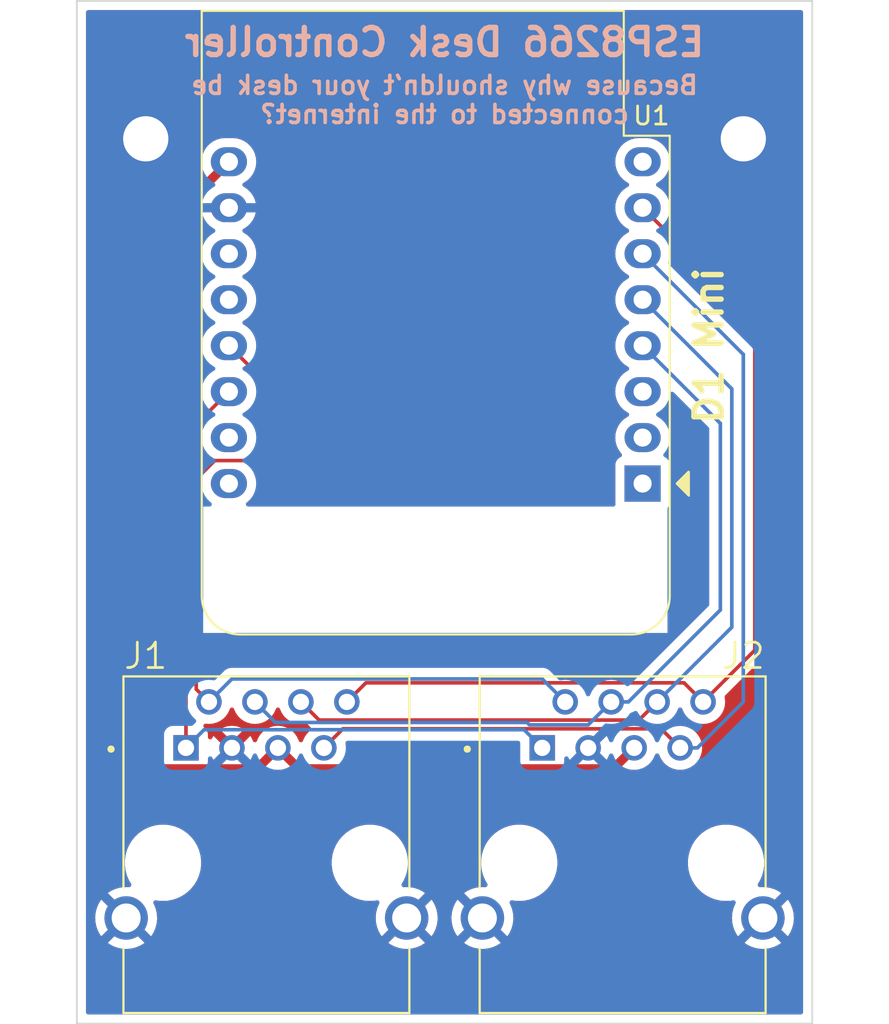
<source format=kicad_pcb>
(kicad_pcb (version 20211014) (generator pcbnew)
  (layers (0 "F.Cu" signal) (31 "B.Cu" signal) (34 "B.Paste" user) (35 "F.Paste" user) (36 "B.SilkS" user "B.Silkscreen") (37 "F.SilkS" user "F.Silkscreen") (38 "B.Mask" user) (39 "F.Mask" user) (44 "Edge.Cuts" user))
  (net 0 "")
  (net 1 "GND")
  (net 2 "+5V")
  (net 6 "/DESK_2")
  (net 7 "/DESK_7")
  (net 8 "/DESK_8")
  (net 14 "/DESK_6")
  (net 15 "/DESK_4")
  (net 16 "/DESK_1")
  (footprint "footprints:ASSMANN_A-2004-2-4-LPS-N-R" (layer "F.Cu") (at 101.9175 114.935)
    (fp_text reference "J1" (at -6.6675 -11.43) (layer "F.SilkS") (effects (font (size 1.4 1.4))))
    (fp_text value "RJ45")
    (fp_line (start 7.9 4.72) (end 7.9 8.3) (layer "F.SilkS") (width 0.127))
    (fp_line (start -7.9 1.38) (end -7.9 -10.3) (layer "F.SilkS") (width 0.127))
    (fp_line (start -7.9 -10.3) (end 7.9 -10.3) (layer "F.SilkS") (width 0.127))
    (fp_line (start -7.9 8.3) (end -7.9 4.72) (layer "F.SilkS") (width 0.127))
    (fp_line (start 7.9 8.3) (end -7.9 8.3) (layer "F.SilkS") (width 0.127))
    (fp_line (start 7.9 -10.3) (end 7.9 1.38) (layer "F.SilkS") (width 0.127))
    (fp_circle (center -8.586 -6.281) (end -8.486 -6.281) (layer "F.SilkS") (width 0.2) (fill none))
    (pad "" np_thru_hole circle (at -5.715 0) (size 3.2 3.2) (drill 3.2) (layers *.Cu *.Mask))
    (pad "" np_thru_hole circle (at 5.715 0) (size 3.2 3.2) (drill 3.2) (layers *.Cu *.Mask))
    (pad "1" thru_hole rect (at -4.445 -6.35) (size 1.408 1.408) (drill 0.9) (layers *.Cu *.Mask) (net 16 "/DESK_1"))
    (pad "2" thru_hole circle (at -3.175 -8.89) (size 1.408 1.408) (drill 0.9) (layers *.Cu *.Mask) (net 6 "/DESK_2"))
    (pad "3" thru_hole circle (at -1.905 -6.35) (size 1.408 1.408) (drill 0.9) (layers *.Cu *.Mask) (net 1 "GND"))
    (pad "4" thru_hole circle (at -0.635 -8.89) (size 1.408 1.408) (drill 0.9) (layers *.Cu *.Mask) (net 15 "/DESK_4"))
    (pad "5" thru_hole circle (at 0.635 -6.35) (size 1.408 1.408) (drill 0.9) (layers *.Cu *.Mask) (net 2 "+5V"))
    (pad "6" thru_hole circle (at 1.905 -8.89) (size 1.408 1.408) (drill 0.9) (layers *.Cu *.Mask) (net 14 "/DESK_6"))
    (pad "7" thru_hole circle (at 3.175 -6.35) (size 1.408 1.408) (drill 0.9) (layers *.Cu *.Mask) (net 7 "/DESK_7"))
    (pad "8" thru_hole circle (at 4.445 -8.89) (size 1.408 1.408) (drill 0.9) (layers *.Cu *.Mask) (net 8 "/DESK_8"))
    (pad "S1" thru_hole circle (at -7.75 3.05) (size 2.4 2.4) (drill 1.6) (layers *.Cu *.Mask) (net 1 "GND"))
    (pad "S2" thru_hole circle (at 7.75 3.05) (size 2.4 2.4) (drill 1.6) (layers *.Cu *.Mask) (net 1 "GND"))
  )
  (footprint "Module:WEMOS_D1_mini_light" (layer "F.Cu") (at 122.705 93.98 180)
    (fp_text reference "U1" (at -0.485 20.32) (layer "F.SilkS"))
    (fp_text value "WeMos_D1_mini")
    (fp_line (start 22.24 -8.34) (end 0.63 -8.34) (layer "F.SilkS") (width 0.12))
    (fp_line (start -1.5 19.22) (end 1.04 19.22) (layer "F.SilkS") (width 0.12))
    (fp_line (start 1.04 19.22) (end 1.04 26.12) (layer "F.SilkS") (width 0.12))
    (fp_line (start 24.36 26.12) (end 24.36 -6.21) (layer "F.SilkS") (width 0.12))
    (fp_line (start 1.04 26.12) (end 24.36 26.12) (layer "F.SilkS") (width 0.12))
    (fp_line (start -1.5 19.22) (end -1.5 -6.21) (layer "F.SilkS") (width 0.12))
    (fp_arc (start 22.23 -8.34) (mid 23.736137 -7.716137) (end 24.36 -6.21) (layer "F.SilkS") (width 0.12))
    (fp_arc (start -1.5 -6.21) (mid -0.876137 -7.716137) (end 0.63 -8.34) (layer "F.SilkS") (width 0.12))
    (fp_poly (pts (xy -2.54 -0.635) (xy -2.54 0.635) (xy -1.905 0)) (layer "F.SilkS") (width 0.15) (fill solid))
    (pad "1" thru_hole rect (at 0 0 180) (size 2 2) (drill 1) (layers *.Cu *.Mask))
    (pad "2" thru_hole oval (at 0 2.54 180) (size 2 1.6) (drill 1) (layers *.Cu *.Mask))
    (pad "3" thru_hole oval (at 0 5.08 180) (size 2 1.6) (drill 1) (layers *.Cu *.Mask))
    (pad "4" thru_hole oval (at 0 7.62 180) (size 2 1.6) (drill 1) (layers *.Cu *.Mask) (net 15 "/DESK_4"))
    (pad "5" thru_hole oval (at 0 10.16 180) (size 2 1.6) (drill 1) (layers *.Cu *.Mask) (net 14 "/DESK_6"))
    (pad "6" thru_hole oval (at 0 12.7 180) (size 2 1.6) (drill 1) (layers *.Cu *.Mask) (net 7 "/DESK_7"))
    (pad "7" thru_hole oval (at 0 15.24 180) (size 2 1.6) (drill 1) (layers *.Cu *.Mask) (net 8 "/DESK_8"))
    (pad "8" thru_hole oval (at 0 17.78 180) (size 2 1.6) (drill 1) (layers *.Cu *.Mask))
    (pad "9" thru_hole oval (at 22.86 17.78 180) (size 2 1.6) (drill 1) (layers *.Cu *.Mask) (net 2 "+5V"))
    (pad "10" thru_hole oval (at 22.86 15.24 180) (size 2 1.6) (drill 1) (layers *.Cu *.Mask) (net 1 "GND"))
    (pad "11" thru_hole oval (at 22.86 12.7 180) (size 2 1.6) (drill 1) (layers *.Cu *.Mask))
    (pad "12" thru_hole oval (at 22.86 10.16 180) (size 2 1.6) (drill 1) (layers *.Cu *.Mask))
    (pad "13" thru_hole oval (at 22.86 7.62 180) (size 2 1.6) (drill 1) (layers *.Cu *.Mask) (net 6 "/DESK_2"))
    (pad "14" thru_hole oval (at 22.86 5.08 180) (size 2 1.6) (drill 1) (layers *.Cu *.Mask) (net 16 "/DESK_1"))
    (pad "15" thru_hole oval (at 22.86 2.54 180) (size 2 1.6) (drill 1) (layers *.Cu *.Mask))
    (pad "16" thru_hole oval (at 22.86 0 180) (size 2 1.6) (drill 1) (layers *.Cu *.Mask))
  )
  (footprint "footprints:ASSMANN_A-2004-2-4-LPS-N-R" (layer "F.Cu") (at 121.6025 114.935)
    (fp_text reference "J2" (at 6.6675 -11.43) (layer "F.SilkS") (effects (font (size 1.4 1.4))))
    (fp_text value "RJ45")
    (fp_line (start -7.9 1.38) (end -7.9 -10.3) (layer "F.SilkS") (width 0.127))
    (fp_line (start 7.9 4.72) (end 7.9 8.3) (layer "F.SilkS") (width 0.127))
    (fp_line (start 7.9 8.3) (end -7.9 8.3) (layer "F.SilkS") (width 0.127))
    (fp_line (start 7.9 -10.3) (end 7.9 1.38) (layer "F.SilkS") (width 0.127))
    (fp_line (start -7.9 -10.3) (end 7.9 -10.3) (layer "F.SilkS") (width 0.127))
    (fp_line (start -7.9 8.3) (end -7.9 4.72) (layer "F.SilkS") (width 0.127))
    (fp_circle (center -8.586 -6.281) (end -8.486 -6.281) (layer "F.SilkS") (width 0.2) (fill none))
    (pad "" np_thru_hole circle (at -5.715 0) (size 3.2 3.2) (drill 3.2) (layers *.Cu *.Mask))
    (pad "" np_thru_hole circle (at 5.715 0) (size 3.2 3.2) (drill 3.2) (layers *.Cu *.Mask))
    (pad "1" thru_hole rect (at -4.445 -6.35) (size 1.408 1.408) (drill 0.9) (layers *.Cu *.Mask) (net 16 "/DESK_1"))
    (pad "2" thru_hole circle (at -3.175 -8.89) (size 1.408 1.408) (drill 0.9) (layers *.Cu *.Mask) (net 6 "/DESK_2"))
    (pad "3" thru_hole circle (at -1.905 -6.35) (size 1.408 1.408) (drill 0.9) (layers *.Cu *.Mask) (net 1 "GND"))
    (pad "4" thru_hole circle (at -0.635 -8.89) (size 1.408 1.408) (drill 0.9) (layers *.Cu *.Mask) (net 15 "/DESK_4"))
    (pad "5" thru_hole circle (at 0.635 -6.35) (size 1.408 1.408) (drill 0.9) (layers *.Cu *.Mask) (net 2 "+5V"))
    (pad "6" thru_hole circle (at 1.905 -8.89) (size 1.408 1.408) (drill 0.9) (layers *.Cu *.Mask) (net 14 "/DESK_6"))
    (pad "7" thru_hole circle (at 3.175 -6.35) (size 1.408 1.408) (drill 0.9) (layers *.Cu *.Mask) (net 7 "/DESK_7"))
    (pad "8" thru_hole circle (at 4.445 -8.89) (size 1.408 1.408) (drill 0.9) (layers *.Cu *.Mask) (net 8 "/DESK_8"))
    (pad "S1" thru_hole circle (at -7.75 3.05) (size 2.4 2.4) (drill 1.6) (layers *.Cu *.Mask) (net 1 "GND"))
    (pad "S2" thru_hole circle (at 7.75 3.05) (size 2.4 2.4) (drill 1.6) (layers *.Cu *.Mask) (net 1 "GND"))
  )
  (footprint "MountingHole:MountingHole_2.5mm" (layer "F.Cu") (at 128.27 74.93)
    (fp_text reference "REF**" hide)
    (fp_text value "MountingHole_2.5mm")
    (pad "" np_thru_hole circle (at 0 0) (size 2.5 2.5) (drill 2.5) (layers *.Cu *.Mask))
  )
  (footprint "MountingHole:MountingHole_2.5mm" (layer "F.Cu") (at 95.25 74.93)
    (fp_text reference "REF**" hide)
    (fp_text value "MountingHole_2.5mm")
    (pad "" np_thru_hole circle (at 0 0) (size 2.5 2.5) (drill 2.5) (layers *.Cu *.Mask))
  )
  (gr_rect (start 91.44 67.31) (end 132.08 123.825) (layer "Edge.Cuts") (width 0.1) (fill none))
  (gr_text "Because why shouldn't your desk be\nconnected to the internet?" (at 111.76 72.771) (layer "B.SilkS") (effects (font (size 1 1) (thickness 0.2)) (justify mirror)))
  (gr_text "ESP8266 Desk Controller" (at 111.76 69.596) (layer "B.SilkS") (effects (font (size 1.5 1.5) (thickness 0.3)) (justify mirror)))
  (gr_text "D1 Mini" (at 126.365 86.36 90) (layer "F.SilkS") (effects (font (size 1.5 1.5) (thickness 0.3))))
  (segment (start 95.768511 109.738511) (end 95.25 109.22) (width 0.5) (layer "F.Cu") (net 2))
  (segment (start 122.2375 108.585) (end 121.083989 109.738511) (width 0.5) (layer "F.Cu") (net 2))
  (segment (start 103.706011 109.738511) (end 102.5525 108.585) (width 0.5) (layer "F.Cu") (net 2))
  (segment (start 95.25 80.795) (end 99.845 76.2) (width 0.5) (layer "F.Cu") (net 2))
  (segment (start 101.398989 109.738511) (end 95.768511 109.738511) (width 0.5) (layer "F.Cu") (net 2))
  (segment (start 102.5525 108.585) (end 101.398989 109.738511) (width 0.5) (layer "F.Cu") (net 2))
  (segment (start 121.083989 109.738511) (end 103.706011 109.738511) (width 0.5) (layer "F.Cu") (net 2))
  (segment (start 95.25 109.22) (end 95.25 80.795) (width 0.5) (layer "F.Cu") (net 2))
  (segment (start 98.0385 105.341) (end 98.0385 93.7315) (width 0.2) (layer "F.Cu") (net 6))
  (segment (start 100.965 92.71) (end 101.6 92.075) (width 0.2) (layer "F.Cu") (net 6))
  (segment (start 101.6 92.075) (end 101.6 88.115) (width 0.2) (layer "F.Cu") (net 6))
  (segment (start 98.0385 93.7315) (end 99.06 92.71) (width 0.2) (layer "F.Cu") (net 6))
  (segment (start 99.06 92.71) (end 100.965 92.71) (width 0.2) (layer "F.Cu") (net 6))
  (segment (start 98.7425 106.045) (end 98.0385 105.341) (width 0.2) (layer "F.Cu") (net 6))
  (segment (start 101.6 88.115) (end 99.845 86.36) (width 0.2) (layer "F.Cu") (net 6))
  (segment (start 118.4275 106.045) (end 117.1575 104.775) (width 0.2) (layer "B.Cu") (net 6))
  (segment (start 100.0125 104.775) (end 98.7425 106.045) (width 0.2) (layer "B.Cu") (net 6))
  (segment (start 117.1575 104.775) (end 100.0125 104.775) (width 0.2) (layer "B.Cu") (net 6))
  (segment (start 106.146011 107.531489) (end 105.0925 108.585) (width 0.2) (layer "F.Cu") (net 7))
  (segment (start 123.723989 107.531489) (end 106.146011 107.531489) (width 0.2) (layer "F.Cu") (net 7))
  (segment (start 124.7775 108.585) (end 123.723989 107.531489) (width 0.2) (layer "F.Cu") (net 7))
  (segment (start 128.27 86.845) (end 128.27 106.045) (width 0.2) (layer "B.Cu") (net 7))
  (segment (start 122.705 81.28) (end 128.27 86.845) (width 0.2) (layer "B.Cu") (net 7))
  (segment (start 128.27 106.045) (end 125.73 108.585) (width 0.2) (layer "B.Cu") (net 7))
  (segment (start 125.73 108.585) (end 124.7775 108.585) (width 0.2) (layer "B.Cu") (net 7))
  (segment (start 128.905 84.94) (end 128.905 103.1875) (width 0.2) (layer "F.Cu") (net 8))
  (segment (start 128.905 103.1875) (end 126.0475 106.045) (width 0.2) (layer "F.Cu") (net 8))
  (segment (start 122.705 78.74) (end 128.905 84.94) (width 0.2) (layer "F.Cu") (net 8))
  (segment (start 124.993989 104.991489) (end 107.416011 104.991489) (width 0.2) (layer "F.Cu") (net 8))
  (segment (start 107.416011 104.991489) (end 106.3625 106.045) (width 0.2) (layer "F.Cu") (net 8))
  (segment (start 126.0475 106.045) (end 124.993989 104.991489) (width 0.2) (layer "F.Cu") (net 8))
  (segment (start 104.826011 107.048511) (end 103.8225 106.045) (width 0.2) (layer "F.Cu") (net 14))
  (segment (start 122.503989 107.048511) (end 104.826011 107.048511) (width 0.2) (layer "F.Cu") (net 14))
  (segment (start 123.5075 106.045) (end 122.503989 107.048511) (width 0.2) (layer "F.Cu") (net 14))
  (segment (start 123.5075 106.045) (end 127.635 101.9175) (width 0.2) (layer "B.Cu") (net 14))
  (segment (start 127.635 88.75) (end 122.705 83.82) (width 0.2) (layer "B.Cu") (net 14))
  (segment (start 127.635 101.9175) (end 127.635 88.75) (width 0.2) (layer "B.Cu") (net 14))
  (segment (start 127 100.965) (end 127 90.655) (width 0.2) (layer "B.Cu") (net 15))
  (segment (start 121.92 106.045) (end 127 100.965) (width 0.2) (layer "B.Cu") (net 15))
  (segment (start 119.6975 107.315) (end 120.9675 106.045) (width 0.2) (layer "B.Cu") (net 15))
  (segment (start 127 90.655) (end 122.705 86.36) (width 0.2) (layer "B.Cu") (net 15))
  (segment (start 101.2825 106.045) (end 102.419469 107.181969) (width 0.2) (layer "B.Cu") (net 15))
  (segment (start 120.9675 106.045) (end 121.92 106.045) (width 0.2) (layer "B.Cu") (net 15))
  (segment (start 116.452506 107.315) (end 119.6975 107.315) (width 0.2) (layer "B.Cu") (net 15))
  (segment (start 102.419469 107.181969) (end 116.319475 107.181969) (width 0.2) (layer "B.Cu") (net 15))
  (segment (start 116.319475 107.181969) (end 116.452506 107.315) (width 0.2) (layer "B.Cu") (net 15))
  (segment (start 97.4725 91.2725) (end 99.845 88.9) (width 0.2) (layer "F.Cu") (net 16))
  (segment (start 97.4725 108.585) (end 97.4725 91.2725) (width 0.2) (layer "F.Cu") (net 16))
  (segment (start 116.153989 107.581489) (end 98.476011 107.581489) (width 0.2) (layer "B.Cu") (net 16))
  (segment (start 98.476011 107.581489) (end 97.4725 108.585) (width 0.2) (layer "B.Cu") (net 16))
  (segment (start 117.1575 108.585) (end 116.153989 107.581489) (width 0.2) (layer "B.Cu") (net 16))
  (zone (net 1) (net_name "GND") (layers F&B.Cu) (connect_pads (clearance 0.508)) (min_thickness 0.254) (fill yes (thermal_gap 0.508) (thermal_bridge_width 0.508))
    (polygon (pts (xy 132.08 123.825) (xy 91.44 123.825) (xy 91.44 67.31) (xy 132.08 67.31)))
  )
  (zone (net 0) (net_name "") (layers F&B.Cu) (connect_pads (clearance 0)) (min_thickness 0.254)
    (keepout (tracks not_allowed) (vias not_allowed) (pads not_allowed) (copperpour not_allowed) (footprints allowed))
    (fill (thermal_gap 0.508) (thermal_bridge_width 0.508))
    (polygon (pts (xy 124.079 102.235) (xy 98.425 102.235) (xy 98.425 95.25) (xy 124.079 95.25)))
  )
)
</source>
